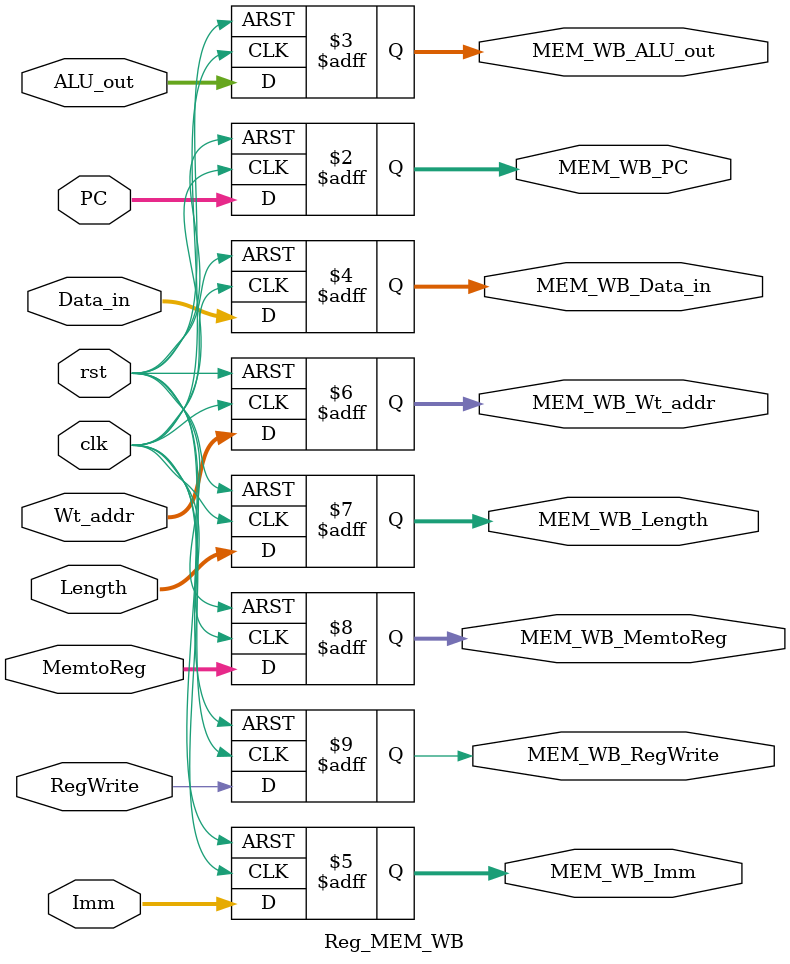
<source format=v>
`timescale 1ns / 1ps


module Reg_MEM_WB(
    input clk,
    input rst,
    input [31:0] PC,
    input [31:0] ALU_out,
    input [31:0] Data_in,
    input [31:0] Imm,
    input [4:0]Wt_addr,
    input [2:0]Length,
    input [2:0]MemtoReg,
    input  RegWrite,

    output reg [31:0]MEM_WB_PC,
    output reg [31:0]MEM_WB_ALU_out,
    output reg [31:0]MEM_WB_Data_in,
    output reg [31:0]MEM_WB_Imm,
    output reg [4:0]MEM_WB_Wt_addr,
    output reg [2:0]MEM_WB_Length,
    output reg [2:0]MEM_WB_MemtoReg,
    output reg MEM_WB_RegWrite

    );

always@(posedge clk or posedge rst)begin
    if(rst) begin
        MEM_WB_PC <= 32'b0;
        MEM_WB_ALU_out <= 32'b0;
        MEM_WB_Data_in <= 32'b0;
        MEM_WB_Imm <= 32'b0;
        MEM_WB_Wt_addr <= 5'b0;
        MEM_WB_Length <= 3'b0;
        MEM_WB_MemtoReg <= 3'b0;
        MEM_WB_RegWrite <= 1'b0;
    end
    else begin
        MEM_WB_PC <= PC;
        MEM_WB_ALU_out <= ALU_out;
        MEM_WB_Data_in <= Data_in;
        MEM_WB_Imm <= Imm;
        MEM_WB_Wt_addr <= Wt_addr;
        MEM_WB_Length <= Length;
        MEM_WB_MemtoReg <= MemtoReg;
        MEM_WB_RegWrite <= RegWrite;
    end
end

endmodule

</source>
